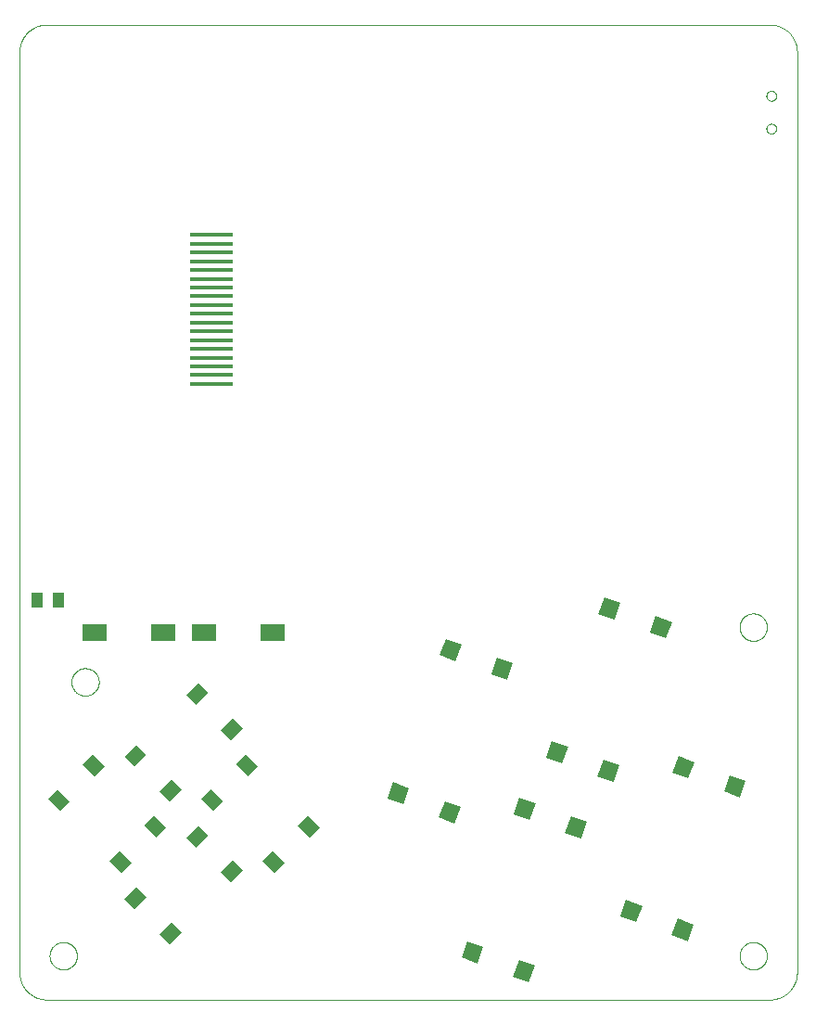
<source format=gtp>
G75*
%MOIN*%
%OFA0B0*%
%FSLAX25Y25*%
%IPPOS*%
%LPD*%
%AMOC8*
5,1,8,0,0,1.08239X$1,22.5*
%
%ADD10C,0.00000*%
%ADD11C,0.00039*%
%ADD12R,0.04331X0.05512*%
%ADD13R,0.15748X0.01575*%
%ADD14R,0.06299X0.06102*%
%ADD15R,0.09055X0.06299*%
%ADD16R,0.05118X0.06102*%
D10*
X0003248Y0011343D02*
X0003248Y0342051D01*
X0003251Y0342289D01*
X0003259Y0342527D01*
X0003274Y0342764D01*
X0003294Y0343001D01*
X0003320Y0343237D01*
X0003351Y0343473D01*
X0003388Y0343708D01*
X0003431Y0343942D01*
X0003480Y0344175D01*
X0003534Y0344407D01*
X0003594Y0344637D01*
X0003659Y0344866D01*
X0003730Y0345093D01*
X0003806Y0345318D01*
X0003888Y0345541D01*
X0003975Y0345763D01*
X0004067Y0345982D01*
X0004165Y0346199D01*
X0004267Y0346413D01*
X0004375Y0346625D01*
X0004489Y0346835D01*
X0004607Y0347041D01*
X0004730Y0347245D01*
X0004858Y0347445D01*
X0004990Y0347642D01*
X0005128Y0347837D01*
X0005270Y0348027D01*
X0005417Y0348215D01*
X0005568Y0348398D01*
X0005723Y0348578D01*
X0005883Y0348754D01*
X0006047Y0348926D01*
X0006216Y0349095D01*
X0006388Y0349259D01*
X0006564Y0349419D01*
X0006744Y0349574D01*
X0006927Y0349725D01*
X0007115Y0349872D01*
X0007305Y0350014D01*
X0007500Y0350152D01*
X0007697Y0350284D01*
X0007897Y0350412D01*
X0008101Y0350535D01*
X0008307Y0350653D01*
X0008517Y0350767D01*
X0008729Y0350875D01*
X0008943Y0350977D01*
X0009160Y0351075D01*
X0009379Y0351167D01*
X0009601Y0351254D01*
X0009824Y0351336D01*
X0010049Y0351412D01*
X0010276Y0351483D01*
X0010505Y0351548D01*
X0010735Y0351608D01*
X0010967Y0351662D01*
X0011200Y0351711D01*
X0011434Y0351754D01*
X0011669Y0351791D01*
X0011905Y0351822D01*
X0012141Y0351848D01*
X0012378Y0351868D01*
X0012615Y0351883D01*
X0012853Y0351891D01*
X0013091Y0351894D01*
X0272933Y0351894D01*
X0273171Y0351891D01*
X0273409Y0351883D01*
X0273646Y0351868D01*
X0273883Y0351848D01*
X0274119Y0351822D01*
X0274355Y0351791D01*
X0274590Y0351754D01*
X0274824Y0351711D01*
X0275057Y0351662D01*
X0275289Y0351608D01*
X0275519Y0351548D01*
X0275748Y0351483D01*
X0275975Y0351412D01*
X0276200Y0351336D01*
X0276423Y0351254D01*
X0276645Y0351167D01*
X0276864Y0351075D01*
X0277081Y0350977D01*
X0277295Y0350875D01*
X0277507Y0350767D01*
X0277717Y0350653D01*
X0277923Y0350535D01*
X0278127Y0350412D01*
X0278327Y0350284D01*
X0278524Y0350152D01*
X0278719Y0350014D01*
X0278909Y0349872D01*
X0279097Y0349725D01*
X0279280Y0349574D01*
X0279460Y0349419D01*
X0279636Y0349259D01*
X0279808Y0349095D01*
X0279977Y0348926D01*
X0280141Y0348754D01*
X0280301Y0348578D01*
X0280456Y0348398D01*
X0280607Y0348215D01*
X0280754Y0348027D01*
X0280896Y0347837D01*
X0281034Y0347642D01*
X0281166Y0347445D01*
X0281294Y0347245D01*
X0281417Y0347041D01*
X0281535Y0346835D01*
X0281649Y0346625D01*
X0281757Y0346413D01*
X0281859Y0346199D01*
X0281957Y0345982D01*
X0282049Y0345763D01*
X0282136Y0345541D01*
X0282218Y0345318D01*
X0282294Y0345093D01*
X0282365Y0344866D01*
X0282430Y0344637D01*
X0282490Y0344407D01*
X0282544Y0344175D01*
X0282593Y0343942D01*
X0282636Y0343708D01*
X0282673Y0343473D01*
X0282704Y0343237D01*
X0282730Y0343001D01*
X0282750Y0342764D01*
X0282765Y0342527D01*
X0282773Y0342289D01*
X0282776Y0342051D01*
X0282776Y0011343D01*
X0282773Y0011105D01*
X0282765Y0010867D01*
X0282750Y0010630D01*
X0282730Y0010393D01*
X0282704Y0010157D01*
X0282673Y0009921D01*
X0282636Y0009686D01*
X0282593Y0009452D01*
X0282544Y0009219D01*
X0282490Y0008987D01*
X0282430Y0008757D01*
X0282365Y0008528D01*
X0282294Y0008301D01*
X0282218Y0008076D01*
X0282136Y0007853D01*
X0282049Y0007631D01*
X0281957Y0007412D01*
X0281859Y0007195D01*
X0281757Y0006981D01*
X0281649Y0006769D01*
X0281535Y0006559D01*
X0281417Y0006353D01*
X0281294Y0006149D01*
X0281166Y0005949D01*
X0281034Y0005752D01*
X0280896Y0005557D01*
X0280754Y0005367D01*
X0280607Y0005179D01*
X0280456Y0004996D01*
X0280301Y0004816D01*
X0280141Y0004640D01*
X0279977Y0004468D01*
X0279808Y0004299D01*
X0279636Y0004135D01*
X0279460Y0003975D01*
X0279280Y0003820D01*
X0279097Y0003669D01*
X0278909Y0003522D01*
X0278719Y0003380D01*
X0278524Y0003242D01*
X0278327Y0003110D01*
X0278127Y0002982D01*
X0277923Y0002859D01*
X0277717Y0002741D01*
X0277507Y0002627D01*
X0277295Y0002519D01*
X0277081Y0002417D01*
X0276864Y0002319D01*
X0276645Y0002227D01*
X0276423Y0002140D01*
X0276200Y0002058D01*
X0275975Y0001982D01*
X0275748Y0001911D01*
X0275519Y0001846D01*
X0275289Y0001786D01*
X0275057Y0001732D01*
X0274824Y0001683D01*
X0274590Y0001640D01*
X0274355Y0001603D01*
X0274119Y0001572D01*
X0273883Y0001546D01*
X0273646Y0001526D01*
X0273409Y0001511D01*
X0273171Y0001503D01*
X0272933Y0001500D01*
X0013091Y0001500D01*
X0012853Y0001503D01*
X0012615Y0001511D01*
X0012378Y0001526D01*
X0012141Y0001546D01*
X0011905Y0001572D01*
X0011669Y0001603D01*
X0011434Y0001640D01*
X0011200Y0001683D01*
X0010967Y0001732D01*
X0010735Y0001786D01*
X0010505Y0001846D01*
X0010276Y0001911D01*
X0010049Y0001982D01*
X0009824Y0002058D01*
X0009601Y0002140D01*
X0009379Y0002227D01*
X0009160Y0002319D01*
X0008943Y0002417D01*
X0008729Y0002519D01*
X0008517Y0002627D01*
X0008307Y0002741D01*
X0008101Y0002859D01*
X0007897Y0002982D01*
X0007697Y0003110D01*
X0007500Y0003242D01*
X0007305Y0003380D01*
X0007115Y0003522D01*
X0006927Y0003669D01*
X0006744Y0003820D01*
X0006564Y0003975D01*
X0006388Y0004135D01*
X0006216Y0004299D01*
X0006047Y0004468D01*
X0005883Y0004640D01*
X0005723Y0004816D01*
X0005568Y0004996D01*
X0005417Y0005179D01*
X0005270Y0005367D01*
X0005128Y0005557D01*
X0004990Y0005752D01*
X0004858Y0005949D01*
X0004730Y0006149D01*
X0004607Y0006353D01*
X0004489Y0006559D01*
X0004375Y0006769D01*
X0004267Y0006981D01*
X0004165Y0007195D01*
X0004067Y0007412D01*
X0003975Y0007631D01*
X0003888Y0007853D01*
X0003806Y0008076D01*
X0003730Y0008301D01*
X0003659Y0008528D01*
X0003594Y0008757D01*
X0003534Y0008987D01*
X0003480Y0009219D01*
X0003431Y0009452D01*
X0003388Y0009686D01*
X0003351Y0009921D01*
X0003320Y0010157D01*
X0003294Y0010393D01*
X0003274Y0010630D01*
X0003259Y0010867D01*
X0003251Y0011105D01*
X0003248Y0011343D01*
X0271752Y0314492D02*
X0271754Y0314576D01*
X0271760Y0314659D01*
X0271770Y0314742D01*
X0271784Y0314825D01*
X0271801Y0314907D01*
X0271823Y0314988D01*
X0271848Y0315067D01*
X0271877Y0315146D01*
X0271910Y0315223D01*
X0271946Y0315298D01*
X0271986Y0315372D01*
X0272029Y0315444D01*
X0272076Y0315513D01*
X0272126Y0315580D01*
X0272179Y0315645D01*
X0272235Y0315707D01*
X0272293Y0315767D01*
X0272355Y0315824D01*
X0272419Y0315877D01*
X0272486Y0315928D01*
X0272555Y0315975D01*
X0272626Y0316020D01*
X0272699Y0316060D01*
X0272774Y0316097D01*
X0272851Y0316131D01*
X0272929Y0316161D01*
X0273008Y0316187D01*
X0273089Y0316210D01*
X0273171Y0316228D01*
X0273253Y0316243D01*
X0273336Y0316254D01*
X0273419Y0316261D01*
X0273503Y0316264D01*
X0273587Y0316263D01*
X0273670Y0316258D01*
X0273754Y0316249D01*
X0273836Y0316236D01*
X0273918Y0316220D01*
X0273999Y0316199D01*
X0274080Y0316175D01*
X0274158Y0316147D01*
X0274236Y0316115D01*
X0274312Y0316079D01*
X0274386Y0316040D01*
X0274458Y0315998D01*
X0274528Y0315952D01*
X0274596Y0315903D01*
X0274661Y0315851D01*
X0274724Y0315796D01*
X0274784Y0315738D01*
X0274842Y0315677D01*
X0274896Y0315613D01*
X0274948Y0315547D01*
X0274996Y0315479D01*
X0275041Y0315408D01*
X0275082Y0315335D01*
X0275121Y0315261D01*
X0275155Y0315185D01*
X0275186Y0315107D01*
X0275213Y0315028D01*
X0275237Y0314947D01*
X0275256Y0314866D01*
X0275272Y0314784D01*
X0275284Y0314701D01*
X0275292Y0314617D01*
X0275296Y0314534D01*
X0275296Y0314450D01*
X0275292Y0314367D01*
X0275284Y0314283D01*
X0275272Y0314200D01*
X0275256Y0314118D01*
X0275237Y0314037D01*
X0275213Y0313956D01*
X0275186Y0313877D01*
X0275155Y0313799D01*
X0275121Y0313723D01*
X0275082Y0313649D01*
X0275041Y0313576D01*
X0274996Y0313505D01*
X0274948Y0313437D01*
X0274896Y0313371D01*
X0274842Y0313307D01*
X0274784Y0313246D01*
X0274724Y0313188D01*
X0274661Y0313133D01*
X0274596Y0313081D01*
X0274528Y0313032D01*
X0274458Y0312986D01*
X0274386Y0312944D01*
X0274312Y0312905D01*
X0274236Y0312869D01*
X0274158Y0312837D01*
X0274080Y0312809D01*
X0273999Y0312785D01*
X0273918Y0312764D01*
X0273836Y0312748D01*
X0273754Y0312735D01*
X0273670Y0312726D01*
X0273587Y0312721D01*
X0273503Y0312720D01*
X0273419Y0312723D01*
X0273336Y0312730D01*
X0273253Y0312741D01*
X0273171Y0312756D01*
X0273089Y0312774D01*
X0273008Y0312797D01*
X0272929Y0312823D01*
X0272851Y0312853D01*
X0272774Y0312887D01*
X0272699Y0312924D01*
X0272626Y0312964D01*
X0272555Y0313009D01*
X0272486Y0313056D01*
X0272419Y0313107D01*
X0272355Y0313160D01*
X0272293Y0313217D01*
X0272235Y0313277D01*
X0272179Y0313339D01*
X0272126Y0313404D01*
X0272076Y0313471D01*
X0272029Y0313540D01*
X0271986Y0313612D01*
X0271946Y0313686D01*
X0271910Y0313761D01*
X0271877Y0313838D01*
X0271848Y0313917D01*
X0271823Y0313996D01*
X0271801Y0314077D01*
X0271784Y0314159D01*
X0271770Y0314242D01*
X0271760Y0314325D01*
X0271754Y0314408D01*
X0271752Y0314492D01*
X0271752Y0326303D02*
X0271754Y0326387D01*
X0271760Y0326470D01*
X0271770Y0326553D01*
X0271784Y0326636D01*
X0271801Y0326718D01*
X0271823Y0326799D01*
X0271848Y0326878D01*
X0271877Y0326957D01*
X0271910Y0327034D01*
X0271946Y0327109D01*
X0271986Y0327183D01*
X0272029Y0327255D01*
X0272076Y0327324D01*
X0272126Y0327391D01*
X0272179Y0327456D01*
X0272235Y0327518D01*
X0272293Y0327578D01*
X0272355Y0327635D01*
X0272419Y0327688D01*
X0272486Y0327739D01*
X0272555Y0327786D01*
X0272626Y0327831D01*
X0272699Y0327871D01*
X0272774Y0327908D01*
X0272851Y0327942D01*
X0272929Y0327972D01*
X0273008Y0327998D01*
X0273089Y0328021D01*
X0273171Y0328039D01*
X0273253Y0328054D01*
X0273336Y0328065D01*
X0273419Y0328072D01*
X0273503Y0328075D01*
X0273587Y0328074D01*
X0273670Y0328069D01*
X0273754Y0328060D01*
X0273836Y0328047D01*
X0273918Y0328031D01*
X0273999Y0328010D01*
X0274080Y0327986D01*
X0274158Y0327958D01*
X0274236Y0327926D01*
X0274312Y0327890D01*
X0274386Y0327851D01*
X0274458Y0327809D01*
X0274528Y0327763D01*
X0274596Y0327714D01*
X0274661Y0327662D01*
X0274724Y0327607D01*
X0274784Y0327549D01*
X0274842Y0327488D01*
X0274896Y0327424D01*
X0274948Y0327358D01*
X0274996Y0327290D01*
X0275041Y0327219D01*
X0275082Y0327146D01*
X0275121Y0327072D01*
X0275155Y0326996D01*
X0275186Y0326918D01*
X0275213Y0326839D01*
X0275237Y0326758D01*
X0275256Y0326677D01*
X0275272Y0326595D01*
X0275284Y0326512D01*
X0275292Y0326428D01*
X0275296Y0326345D01*
X0275296Y0326261D01*
X0275292Y0326178D01*
X0275284Y0326094D01*
X0275272Y0326011D01*
X0275256Y0325929D01*
X0275237Y0325848D01*
X0275213Y0325767D01*
X0275186Y0325688D01*
X0275155Y0325610D01*
X0275121Y0325534D01*
X0275082Y0325460D01*
X0275041Y0325387D01*
X0274996Y0325316D01*
X0274948Y0325248D01*
X0274896Y0325182D01*
X0274842Y0325118D01*
X0274784Y0325057D01*
X0274724Y0324999D01*
X0274661Y0324944D01*
X0274596Y0324892D01*
X0274528Y0324843D01*
X0274458Y0324797D01*
X0274386Y0324755D01*
X0274312Y0324716D01*
X0274236Y0324680D01*
X0274158Y0324648D01*
X0274080Y0324620D01*
X0273999Y0324596D01*
X0273918Y0324575D01*
X0273836Y0324559D01*
X0273754Y0324546D01*
X0273670Y0324537D01*
X0273587Y0324532D01*
X0273503Y0324531D01*
X0273419Y0324534D01*
X0273336Y0324541D01*
X0273253Y0324552D01*
X0273171Y0324567D01*
X0273089Y0324585D01*
X0273008Y0324608D01*
X0272929Y0324634D01*
X0272851Y0324664D01*
X0272774Y0324698D01*
X0272699Y0324735D01*
X0272626Y0324775D01*
X0272555Y0324820D01*
X0272486Y0324867D01*
X0272419Y0324918D01*
X0272355Y0324971D01*
X0272293Y0325028D01*
X0272235Y0325088D01*
X0272179Y0325150D01*
X0272126Y0325215D01*
X0272076Y0325282D01*
X0272029Y0325351D01*
X0271986Y0325423D01*
X0271946Y0325497D01*
X0271910Y0325572D01*
X0271877Y0325649D01*
X0271848Y0325728D01*
X0271823Y0325807D01*
X0271801Y0325888D01*
X0271784Y0325970D01*
X0271770Y0326053D01*
X0271760Y0326136D01*
X0271754Y0326219D01*
X0271752Y0326303D01*
D11*
X0262107Y0135358D02*
X0262109Y0135498D01*
X0262115Y0135638D01*
X0262125Y0135777D01*
X0262139Y0135916D01*
X0262157Y0136055D01*
X0262178Y0136193D01*
X0262204Y0136331D01*
X0262234Y0136468D01*
X0262267Y0136603D01*
X0262305Y0136738D01*
X0262346Y0136872D01*
X0262391Y0137005D01*
X0262439Y0137136D01*
X0262492Y0137265D01*
X0262548Y0137394D01*
X0262607Y0137520D01*
X0262671Y0137645D01*
X0262737Y0137768D01*
X0262808Y0137889D01*
X0262881Y0138008D01*
X0262958Y0138125D01*
X0263039Y0138239D01*
X0263122Y0138351D01*
X0263209Y0138461D01*
X0263299Y0138569D01*
X0263391Y0138673D01*
X0263487Y0138775D01*
X0263586Y0138875D01*
X0263687Y0138971D01*
X0263791Y0139065D01*
X0263898Y0139155D01*
X0264007Y0139242D01*
X0264119Y0139327D01*
X0264233Y0139408D01*
X0264349Y0139486D01*
X0264467Y0139560D01*
X0264588Y0139631D01*
X0264710Y0139699D01*
X0264835Y0139763D01*
X0264961Y0139824D01*
X0265088Y0139881D01*
X0265218Y0139934D01*
X0265349Y0139984D01*
X0265481Y0140029D01*
X0265614Y0140072D01*
X0265749Y0140110D01*
X0265884Y0140144D01*
X0266021Y0140175D01*
X0266158Y0140202D01*
X0266296Y0140224D01*
X0266435Y0140243D01*
X0266574Y0140258D01*
X0266713Y0140269D01*
X0266853Y0140276D01*
X0266993Y0140279D01*
X0267133Y0140278D01*
X0267273Y0140273D01*
X0267412Y0140264D01*
X0267552Y0140251D01*
X0267691Y0140234D01*
X0267829Y0140213D01*
X0267967Y0140189D01*
X0268104Y0140160D01*
X0268240Y0140128D01*
X0268375Y0140091D01*
X0268509Y0140051D01*
X0268642Y0140007D01*
X0268773Y0139959D01*
X0268903Y0139908D01*
X0269032Y0139853D01*
X0269159Y0139794D01*
X0269284Y0139731D01*
X0269407Y0139666D01*
X0269529Y0139596D01*
X0269648Y0139523D01*
X0269766Y0139447D01*
X0269881Y0139368D01*
X0269994Y0139285D01*
X0270104Y0139199D01*
X0270212Y0139110D01*
X0270317Y0139018D01*
X0270420Y0138923D01*
X0270520Y0138825D01*
X0270617Y0138725D01*
X0270711Y0138621D01*
X0270803Y0138515D01*
X0270891Y0138407D01*
X0270976Y0138296D01*
X0271058Y0138182D01*
X0271137Y0138066D01*
X0271212Y0137949D01*
X0271284Y0137829D01*
X0271352Y0137707D01*
X0271417Y0137583D01*
X0271479Y0137457D01*
X0271537Y0137330D01*
X0271591Y0137201D01*
X0271642Y0137070D01*
X0271688Y0136938D01*
X0271731Y0136805D01*
X0271771Y0136671D01*
X0271806Y0136536D01*
X0271838Y0136399D01*
X0271865Y0136262D01*
X0271889Y0136124D01*
X0271909Y0135986D01*
X0271925Y0135847D01*
X0271937Y0135707D01*
X0271945Y0135568D01*
X0271949Y0135428D01*
X0271949Y0135288D01*
X0271945Y0135148D01*
X0271937Y0135009D01*
X0271925Y0134869D01*
X0271909Y0134730D01*
X0271889Y0134592D01*
X0271865Y0134454D01*
X0271838Y0134317D01*
X0271806Y0134180D01*
X0271771Y0134045D01*
X0271731Y0133911D01*
X0271688Y0133778D01*
X0271642Y0133646D01*
X0271591Y0133515D01*
X0271537Y0133386D01*
X0271479Y0133259D01*
X0271417Y0133133D01*
X0271352Y0133009D01*
X0271284Y0132887D01*
X0271212Y0132767D01*
X0271137Y0132650D01*
X0271058Y0132534D01*
X0270976Y0132420D01*
X0270891Y0132309D01*
X0270803Y0132201D01*
X0270711Y0132095D01*
X0270617Y0131991D01*
X0270520Y0131891D01*
X0270420Y0131793D01*
X0270317Y0131698D01*
X0270212Y0131606D01*
X0270104Y0131517D01*
X0269994Y0131431D01*
X0269881Y0131348D01*
X0269766Y0131269D01*
X0269648Y0131193D01*
X0269529Y0131120D01*
X0269407Y0131050D01*
X0269284Y0130985D01*
X0269159Y0130922D01*
X0269032Y0130863D01*
X0268903Y0130808D01*
X0268773Y0130757D01*
X0268642Y0130709D01*
X0268509Y0130665D01*
X0268375Y0130625D01*
X0268240Y0130588D01*
X0268104Y0130556D01*
X0267967Y0130527D01*
X0267829Y0130503D01*
X0267691Y0130482D01*
X0267552Y0130465D01*
X0267412Y0130452D01*
X0267273Y0130443D01*
X0267133Y0130438D01*
X0266993Y0130437D01*
X0266853Y0130440D01*
X0266713Y0130447D01*
X0266574Y0130458D01*
X0266435Y0130473D01*
X0266296Y0130492D01*
X0266158Y0130514D01*
X0266021Y0130541D01*
X0265884Y0130572D01*
X0265749Y0130606D01*
X0265614Y0130644D01*
X0265481Y0130687D01*
X0265349Y0130732D01*
X0265218Y0130782D01*
X0265088Y0130835D01*
X0264961Y0130892D01*
X0264835Y0130953D01*
X0264710Y0131017D01*
X0264588Y0131085D01*
X0264467Y0131156D01*
X0264349Y0131230D01*
X0264233Y0131308D01*
X0264119Y0131389D01*
X0264007Y0131474D01*
X0263898Y0131561D01*
X0263791Y0131651D01*
X0263687Y0131745D01*
X0263586Y0131841D01*
X0263487Y0131941D01*
X0263391Y0132043D01*
X0263299Y0132147D01*
X0263209Y0132255D01*
X0263122Y0132365D01*
X0263039Y0132477D01*
X0262958Y0132591D01*
X0262881Y0132708D01*
X0262808Y0132827D01*
X0262737Y0132948D01*
X0262671Y0133071D01*
X0262607Y0133196D01*
X0262548Y0133322D01*
X0262492Y0133451D01*
X0262439Y0133580D01*
X0262391Y0133711D01*
X0262346Y0133844D01*
X0262305Y0133978D01*
X0262267Y0134113D01*
X0262234Y0134248D01*
X0262204Y0134385D01*
X0262178Y0134523D01*
X0262157Y0134661D01*
X0262139Y0134800D01*
X0262125Y0134939D01*
X0262115Y0135078D01*
X0262109Y0135218D01*
X0262107Y0135358D01*
X0262107Y0017248D02*
X0262109Y0017388D01*
X0262115Y0017528D01*
X0262125Y0017667D01*
X0262139Y0017806D01*
X0262157Y0017945D01*
X0262178Y0018083D01*
X0262204Y0018221D01*
X0262234Y0018358D01*
X0262267Y0018493D01*
X0262305Y0018628D01*
X0262346Y0018762D01*
X0262391Y0018895D01*
X0262439Y0019026D01*
X0262492Y0019155D01*
X0262548Y0019284D01*
X0262607Y0019410D01*
X0262671Y0019535D01*
X0262737Y0019658D01*
X0262808Y0019779D01*
X0262881Y0019898D01*
X0262958Y0020015D01*
X0263039Y0020129D01*
X0263122Y0020241D01*
X0263209Y0020351D01*
X0263299Y0020459D01*
X0263391Y0020563D01*
X0263487Y0020665D01*
X0263586Y0020765D01*
X0263687Y0020861D01*
X0263791Y0020955D01*
X0263898Y0021045D01*
X0264007Y0021132D01*
X0264119Y0021217D01*
X0264233Y0021298D01*
X0264349Y0021376D01*
X0264467Y0021450D01*
X0264588Y0021521D01*
X0264710Y0021589D01*
X0264835Y0021653D01*
X0264961Y0021714D01*
X0265088Y0021771D01*
X0265218Y0021824D01*
X0265349Y0021874D01*
X0265481Y0021919D01*
X0265614Y0021962D01*
X0265749Y0022000D01*
X0265884Y0022034D01*
X0266021Y0022065D01*
X0266158Y0022092D01*
X0266296Y0022114D01*
X0266435Y0022133D01*
X0266574Y0022148D01*
X0266713Y0022159D01*
X0266853Y0022166D01*
X0266993Y0022169D01*
X0267133Y0022168D01*
X0267273Y0022163D01*
X0267412Y0022154D01*
X0267552Y0022141D01*
X0267691Y0022124D01*
X0267829Y0022103D01*
X0267967Y0022079D01*
X0268104Y0022050D01*
X0268240Y0022018D01*
X0268375Y0021981D01*
X0268509Y0021941D01*
X0268642Y0021897D01*
X0268773Y0021849D01*
X0268903Y0021798D01*
X0269032Y0021743D01*
X0269159Y0021684D01*
X0269284Y0021621D01*
X0269407Y0021556D01*
X0269529Y0021486D01*
X0269648Y0021413D01*
X0269766Y0021337D01*
X0269881Y0021258D01*
X0269994Y0021175D01*
X0270104Y0021089D01*
X0270212Y0021000D01*
X0270317Y0020908D01*
X0270420Y0020813D01*
X0270520Y0020715D01*
X0270617Y0020615D01*
X0270711Y0020511D01*
X0270803Y0020405D01*
X0270891Y0020297D01*
X0270976Y0020186D01*
X0271058Y0020072D01*
X0271137Y0019956D01*
X0271212Y0019839D01*
X0271284Y0019719D01*
X0271352Y0019597D01*
X0271417Y0019473D01*
X0271479Y0019347D01*
X0271537Y0019220D01*
X0271591Y0019091D01*
X0271642Y0018960D01*
X0271688Y0018828D01*
X0271731Y0018695D01*
X0271771Y0018561D01*
X0271806Y0018426D01*
X0271838Y0018289D01*
X0271865Y0018152D01*
X0271889Y0018014D01*
X0271909Y0017876D01*
X0271925Y0017737D01*
X0271937Y0017597D01*
X0271945Y0017458D01*
X0271949Y0017318D01*
X0271949Y0017178D01*
X0271945Y0017038D01*
X0271937Y0016899D01*
X0271925Y0016759D01*
X0271909Y0016620D01*
X0271889Y0016482D01*
X0271865Y0016344D01*
X0271838Y0016207D01*
X0271806Y0016070D01*
X0271771Y0015935D01*
X0271731Y0015801D01*
X0271688Y0015668D01*
X0271642Y0015536D01*
X0271591Y0015405D01*
X0271537Y0015276D01*
X0271479Y0015149D01*
X0271417Y0015023D01*
X0271352Y0014899D01*
X0271284Y0014777D01*
X0271212Y0014657D01*
X0271137Y0014540D01*
X0271058Y0014424D01*
X0270976Y0014310D01*
X0270891Y0014199D01*
X0270803Y0014091D01*
X0270711Y0013985D01*
X0270617Y0013881D01*
X0270520Y0013781D01*
X0270420Y0013683D01*
X0270317Y0013588D01*
X0270212Y0013496D01*
X0270104Y0013407D01*
X0269994Y0013321D01*
X0269881Y0013238D01*
X0269766Y0013159D01*
X0269648Y0013083D01*
X0269529Y0013010D01*
X0269407Y0012940D01*
X0269284Y0012875D01*
X0269159Y0012812D01*
X0269032Y0012753D01*
X0268903Y0012698D01*
X0268773Y0012647D01*
X0268642Y0012599D01*
X0268509Y0012555D01*
X0268375Y0012515D01*
X0268240Y0012478D01*
X0268104Y0012446D01*
X0267967Y0012417D01*
X0267829Y0012393D01*
X0267691Y0012372D01*
X0267552Y0012355D01*
X0267412Y0012342D01*
X0267273Y0012333D01*
X0267133Y0012328D01*
X0266993Y0012327D01*
X0266853Y0012330D01*
X0266713Y0012337D01*
X0266574Y0012348D01*
X0266435Y0012363D01*
X0266296Y0012382D01*
X0266158Y0012404D01*
X0266021Y0012431D01*
X0265884Y0012462D01*
X0265749Y0012496D01*
X0265614Y0012534D01*
X0265481Y0012577D01*
X0265349Y0012622D01*
X0265218Y0012672D01*
X0265088Y0012725D01*
X0264961Y0012782D01*
X0264835Y0012843D01*
X0264710Y0012907D01*
X0264588Y0012975D01*
X0264467Y0013046D01*
X0264349Y0013120D01*
X0264233Y0013198D01*
X0264119Y0013279D01*
X0264007Y0013364D01*
X0263898Y0013451D01*
X0263791Y0013541D01*
X0263687Y0013635D01*
X0263586Y0013731D01*
X0263487Y0013831D01*
X0263391Y0013933D01*
X0263299Y0014037D01*
X0263209Y0014145D01*
X0263122Y0014255D01*
X0263039Y0014367D01*
X0262958Y0014481D01*
X0262881Y0014598D01*
X0262808Y0014717D01*
X0262737Y0014838D01*
X0262671Y0014961D01*
X0262607Y0015086D01*
X0262548Y0015212D01*
X0262492Y0015341D01*
X0262439Y0015470D01*
X0262391Y0015601D01*
X0262346Y0015734D01*
X0262305Y0015868D01*
X0262267Y0016003D01*
X0262234Y0016138D01*
X0262204Y0016275D01*
X0262178Y0016413D01*
X0262157Y0016551D01*
X0262139Y0016690D01*
X0262125Y0016829D01*
X0262115Y0016968D01*
X0262109Y0017108D01*
X0262107Y0017248D01*
X0021949Y0115673D02*
X0021951Y0115813D01*
X0021957Y0115953D01*
X0021967Y0116092D01*
X0021981Y0116231D01*
X0021999Y0116370D01*
X0022020Y0116508D01*
X0022046Y0116646D01*
X0022076Y0116783D01*
X0022109Y0116918D01*
X0022147Y0117053D01*
X0022188Y0117187D01*
X0022233Y0117320D01*
X0022281Y0117451D01*
X0022334Y0117580D01*
X0022390Y0117709D01*
X0022449Y0117835D01*
X0022513Y0117960D01*
X0022579Y0118083D01*
X0022650Y0118204D01*
X0022723Y0118323D01*
X0022800Y0118440D01*
X0022881Y0118554D01*
X0022964Y0118666D01*
X0023051Y0118776D01*
X0023141Y0118884D01*
X0023233Y0118988D01*
X0023329Y0119090D01*
X0023428Y0119190D01*
X0023529Y0119286D01*
X0023633Y0119380D01*
X0023740Y0119470D01*
X0023849Y0119557D01*
X0023961Y0119642D01*
X0024075Y0119723D01*
X0024191Y0119801D01*
X0024309Y0119875D01*
X0024430Y0119946D01*
X0024552Y0120014D01*
X0024677Y0120078D01*
X0024803Y0120139D01*
X0024930Y0120196D01*
X0025060Y0120249D01*
X0025191Y0120299D01*
X0025323Y0120344D01*
X0025456Y0120387D01*
X0025591Y0120425D01*
X0025726Y0120459D01*
X0025863Y0120490D01*
X0026000Y0120517D01*
X0026138Y0120539D01*
X0026277Y0120558D01*
X0026416Y0120573D01*
X0026555Y0120584D01*
X0026695Y0120591D01*
X0026835Y0120594D01*
X0026975Y0120593D01*
X0027115Y0120588D01*
X0027254Y0120579D01*
X0027394Y0120566D01*
X0027533Y0120549D01*
X0027671Y0120528D01*
X0027809Y0120504D01*
X0027946Y0120475D01*
X0028082Y0120443D01*
X0028217Y0120406D01*
X0028351Y0120366D01*
X0028484Y0120322D01*
X0028615Y0120274D01*
X0028745Y0120223D01*
X0028874Y0120168D01*
X0029001Y0120109D01*
X0029126Y0120046D01*
X0029249Y0119981D01*
X0029371Y0119911D01*
X0029490Y0119838D01*
X0029608Y0119762D01*
X0029723Y0119683D01*
X0029836Y0119600D01*
X0029946Y0119514D01*
X0030054Y0119425D01*
X0030159Y0119333D01*
X0030262Y0119238D01*
X0030362Y0119140D01*
X0030459Y0119040D01*
X0030553Y0118936D01*
X0030645Y0118830D01*
X0030733Y0118722D01*
X0030818Y0118611D01*
X0030900Y0118497D01*
X0030979Y0118381D01*
X0031054Y0118264D01*
X0031126Y0118144D01*
X0031194Y0118022D01*
X0031259Y0117898D01*
X0031321Y0117772D01*
X0031379Y0117645D01*
X0031433Y0117516D01*
X0031484Y0117385D01*
X0031530Y0117253D01*
X0031573Y0117120D01*
X0031613Y0116986D01*
X0031648Y0116851D01*
X0031680Y0116714D01*
X0031707Y0116577D01*
X0031731Y0116439D01*
X0031751Y0116301D01*
X0031767Y0116162D01*
X0031779Y0116022D01*
X0031787Y0115883D01*
X0031791Y0115743D01*
X0031791Y0115603D01*
X0031787Y0115463D01*
X0031779Y0115324D01*
X0031767Y0115184D01*
X0031751Y0115045D01*
X0031731Y0114907D01*
X0031707Y0114769D01*
X0031680Y0114632D01*
X0031648Y0114495D01*
X0031613Y0114360D01*
X0031573Y0114226D01*
X0031530Y0114093D01*
X0031484Y0113961D01*
X0031433Y0113830D01*
X0031379Y0113701D01*
X0031321Y0113574D01*
X0031259Y0113448D01*
X0031194Y0113324D01*
X0031126Y0113202D01*
X0031054Y0113082D01*
X0030979Y0112965D01*
X0030900Y0112849D01*
X0030818Y0112735D01*
X0030733Y0112624D01*
X0030645Y0112516D01*
X0030553Y0112410D01*
X0030459Y0112306D01*
X0030362Y0112206D01*
X0030262Y0112108D01*
X0030159Y0112013D01*
X0030054Y0111921D01*
X0029946Y0111832D01*
X0029836Y0111746D01*
X0029723Y0111663D01*
X0029608Y0111584D01*
X0029490Y0111508D01*
X0029371Y0111435D01*
X0029249Y0111365D01*
X0029126Y0111300D01*
X0029001Y0111237D01*
X0028874Y0111178D01*
X0028745Y0111123D01*
X0028615Y0111072D01*
X0028484Y0111024D01*
X0028351Y0110980D01*
X0028217Y0110940D01*
X0028082Y0110903D01*
X0027946Y0110871D01*
X0027809Y0110842D01*
X0027671Y0110818D01*
X0027533Y0110797D01*
X0027394Y0110780D01*
X0027254Y0110767D01*
X0027115Y0110758D01*
X0026975Y0110753D01*
X0026835Y0110752D01*
X0026695Y0110755D01*
X0026555Y0110762D01*
X0026416Y0110773D01*
X0026277Y0110788D01*
X0026138Y0110807D01*
X0026000Y0110829D01*
X0025863Y0110856D01*
X0025726Y0110887D01*
X0025591Y0110921D01*
X0025456Y0110959D01*
X0025323Y0111002D01*
X0025191Y0111047D01*
X0025060Y0111097D01*
X0024930Y0111150D01*
X0024803Y0111207D01*
X0024677Y0111268D01*
X0024552Y0111332D01*
X0024430Y0111400D01*
X0024309Y0111471D01*
X0024191Y0111545D01*
X0024075Y0111623D01*
X0023961Y0111704D01*
X0023849Y0111789D01*
X0023740Y0111876D01*
X0023633Y0111966D01*
X0023529Y0112060D01*
X0023428Y0112156D01*
X0023329Y0112256D01*
X0023233Y0112358D01*
X0023141Y0112462D01*
X0023051Y0112570D01*
X0022964Y0112680D01*
X0022881Y0112792D01*
X0022800Y0112906D01*
X0022723Y0113023D01*
X0022650Y0113142D01*
X0022579Y0113263D01*
X0022513Y0113386D01*
X0022449Y0113511D01*
X0022390Y0113637D01*
X0022334Y0113766D01*
X0022281Y0113895D01*
X0022233Y0114026D01*
X0022188Y0114159D01*
X0022147Y0114293D01*
X0022109Y0114428D01*
X0022076Y0114563D01*
X0022046Y0114700D01*
X0022020Y0114838D01*
X0021999Y0114976D01*
X0021981Y0115115D01*
X0021967Y0115254D01*
X0021957Y0115393D01*
X0021951Y0115533D01*
X0021949Y0115673D01*
X0014075Y0017248D02*
X0014077Y0017388D01*
X0014083Y0017528D01*
X0014093Y0017667D01*
X0014107Y0017806D01*
X0014125Y0017945D01*
X0014146Y0018083D01*
X0014172Y0018221D01*
X0014202Y0018358D01*
X0014235Y0018493D01*
X0014273Y0018628D01*
X0014314Y0018762D01*
X0014359Y0018895D01*
X0014407Y0019026D01*
X0014460Y0019155D01*
X0014516Y0019284D01*
X0014575Y0019410D01*
X0014639Y0019535D01*
X0014705Y0019658D01*
X0014776Y0019779D01*
X0014849Y0019898D01*
X0014926Y0020015D01*
X0015007Y0020129D01*
X0015090Y0020241D01*
X0015177Y0020351D01*
X0015267Y0020459D01*
X0015359Y0020563D01*
X0015455Y0020665D01*
X0015554Y0020765D01*
X0015655Y0020861D01*
X0015759Y0020955D01*
X0015866Y0021045D01*
X0015975Y0021132D01*
X0016087Y0021217D01*
X0016201Y0021298D01*
X0016317Y0021376D01*
X0016435Y0021450D01*
X0016556Y0021521D01*
X0016678Y0021589D01*
X0016803Y0021653D01*
X0016929Y0021714D01*
X0017056Y0021771D01*
X0017186Y0021824D01*
X0017317Y0021874D01*
X0017449Y0021919D01*
X0017582Y0021962D01*
X0017717Y0022000D01*
X0017852Y0022034D01*
X0017989Y0022065D01*
X0018126Y0022092D01*
X0018264Y0022114D01*
X0018403Y0022133D01*
X0018542Y0022148D01*
X0018681Y0022159D01*
X0018821Y0022166D01*
X0018961Y0022169D01*
X0019101Y0022168D01*
X0019241Y0022163D01*
X0019380Y0022154D01*
X0019520Y0022141D01*
X0019659Y0022124D01*
X0019797Y0022103D01*
X0019935Y0022079D01*
X0020072Y0022050D01*
X0020208Y0022018D01*
X0020343Y0021981D01*
X0020477Y0021941D01*
X0020610Y0021897D01*
X0020741Y0021849D01*
X0020871Y0021798D01*
X0021000Y0021743D01*
X0021127Y0021684D01*
X0021252Y0021621D01*
X0021375Y0021556D01*
X0021497Y0021486D01*
X0021616Y0021413D01*
X0021734Y0021337D01*
X0021849Y0021258D01*
X0021962Y0021175D01*
X0022072Y0021089D01*
X0022180Y0021000D01*
X0022285Y0020908D01*
X0022388Y0020813D01*
X0022488Y0020715D01*
X0022585Y0020615D01*
X0022679Y0020511D01*
X0022771Y0020405D01*
X0022859Y0020297D01*
X0022944Y0020186D01*
X0023026Y0020072D01*
X0023105Y0019956D01*
X0023180Y0019839D01*
X0023252Y0019719D01*
X0023320Y0019597D01*
X0023385Y0019473D01*
X0023447Y0019347D01*
X0023505Y0019220D01*
X0023559Y0019091D01*
X0023610Y0018960D01*
X0023656Y0018828D01*
X0023699Y0018695D01*
X0023739Y0018561D01*
X0023774Y0018426D01*
X0023806Y0018289D01*
X0023833Y0018152D01*
X0023857Y0018014D01*
X0023877Y0017876D01*
X0023893Y0017737D01*
X0023905Y0017597D01*
X0023913Y0017458D01*
X0023917Y0017318D01*
X0023917Y0017178D01*
X0023913Y0017038D01*
X0023905Y0016899D01*
X0023893Y0016759D01*
X0023877Y0016620D01*
X0023857Y0016482D01*
X0023833Y0016344D01*
X0023806Y0016207D01*
X0023774Y0016070D01*
X0023739Y0015935D01*
X0023699Y0015801D01*
X0023656Y0015668D01*
X0023610Y0015536D01*
X0023559Y0015405D01*
X0023505Y0015276D01*
X0023447Y0015149D01*
X0023385Y0015023D01*
X0023320Y0014899D01*
X0023252Y0014777D01*
X0023180Y0014657D01*
X0023105Y0014540D01*
X0023026Y0014424D01*
X0022944Y0014310D01*
X0022859Y0014199D01*
X0022771Y0014091D01*
X0022679Y0013985D01*
X0022585Y0013881D01*
X0022488Y0013781D01*
X0022388Y0013683D01*
X0022285Y0013588D01*
X0022180Y0013496D01*
X0022072Y0013407D01*
X0021962Y0013321D01*
X0021849Y0013238D01*
X0021734Y0013159D01*
X0021616Y0013083D01*
X0021497Y0013010D01*
X0021375Y0012940D01*
X0021252Y0012875D01*
X0021127Y0012812D01*
X0021000Y0012753D01*
X0020871Y0012698D01*
X0020741Y0012647D01*
X0020610Y0012599D01*
X0020477Y0012555D01*
X0020343Y0012515D01*
X0020208Y0012478D01*
X0020072Y0012446D01*
X0019935Y0012417D01*
X0019797Y0012393D01*
X0019659Y0012372D01*
X0019520Y0012355D01*
X0019380Y0012342D01*
X0019241Y0012333D01*
X0019101Y0012328D01*
X0018961Y0012327D01*
X0018821Y0012330D01*
X0018681Y0012337D01*
X0018542Y0012348D01*
X0018403Y0012363D01*
X0018264Y0012382D01*
X0018126Y0012404D01*
X0017989Y0012431D01*
X0017852Y0012462D01*
X0017717Y0012496D01*
X0017582Y0012534D01*
X0017449Y0012577D01*
X0017317Y0012622D01*
X0017186Y0012672D01*
X0017056Y0012725D01*
X0016929Y0012782D01*
X0016803Y0012843D01*
X0016678Y0012907D01*
X0016556Y0012975D01*
X0016435Y0013046D01*
X0016317Y0013120D01*
X0016201Y0013198D01*
X0016087Y0013279D01*
X0015975Y0013364D01*
X0015866Y0013451D01*
X0015759Y0013541D01*
X0015655Y0013635D01*
X0015554Y0013731D01*
X0015455Y0013831D01*
X0015359Y0013933D01*
X0015267Y0014037D01*
X0015177Y0014145D01*
X0015090Y0014255D01*
X0015007Y0014367D01*
X0014926Y0014481D01*
X0014849Y0014598D01*
X0014776Y0014717D01*
X0014705Y0014838D01*
X0014639Y0014961D01*
X0014575Y0015086D01*
X0014516Y0015212D01*
X0014460Y0015341D01*
X0014407Y0015470D01*
X0014359Y0015601D01*
X0014314Y0015734D01*
X0014273Y0015868D01*
X0014235Y0016003D01*
X0014202Y0016138D01*
X0014172Y0016275D01*
X0014146Y0016413D01*
X0014125Y0016551D01*
X0014107Y0016690D01*
X0014093Y0016829D01*
X0014083Y0016968D01*
X0014077Y0017108D01*
X0014075Y0017248D01*
D12*
X0017421Y0145201D03*
X0009547Y0145201D03*
D13*
X0072146Y0222760D03*
X0072146Y0225909D03*
X0072146Y0229059D03*
X0072146Y0232209D03*
X0072146Y0235358D03*
X0072146Y0238508D03*
X0072146Y0241657D03*
X0072146Y0244807D03*
X0072146Y0247957D03*
X0072146Y0251106D03*
X0072146Y0254256D03*
X0072146Y0257406D03*
X0072146Y0260555D03*
X0072146Y0263705D03*
X0072146Y0266854D03*
X0072146Y0270004D03*
X0072146Y0273154D03*
X0072146Y0276303D03*
D14*
G36*
X0162173Y0129107D02*
X0160018Y0123190D01*
X0154285Y0125277D01*
X0156440Y0131194D01*
X0162173Y0129107D01*
G37*
G36*
X0180671Y0122374D02*
X0178516Y0116457D01*
X0172783Y0118544D01*
X0174938Y0124461D01*
X0180671Y0122374D01*
G37*
G36*
X0200480Y0092308D02*
X0198325Y0086391D01*
X0192592Y0088478D01*
X0194747Y0094395D01*
X0200480Y0092308D01*
G37*
G36*
X0218977Y0085576D02*
X0216822Y0079659D01*
X0211089Y0081746D01*
X0213244Y0087663D01*
X0218977Y0085576D01*
G37*
G36*
X0207293Y0065284D02*
X0205138Y0059367D01*
X0199405Y0061454D01*
X0201560Y0067371D01*
X0207293Y0065284D01*
G37*
G36*
X0188795Y0072017D02*
X0186640Y0066100D01*
X0180907Y0068187D01*
X0183062Y0074104D01*
X0188795Y0072017D01*
G37*
G36*
X0161887Y0070765D02*
X0159732Y0064848D01*
X0153999Y0066935D01*
X0156154Y0072852D01*
X0161887Y0070765D01*
G37*
G36*
X0143389Y0077498D02*
X0141234Y0071581D01*
X0135501Y0073668D01*
X0137656Y0079585D01*
X0143389Y0077498D01*
G37*
G36*
X0170011Y0020407D02*
X0167856Y0014490D01*
X0162123Y0016577D01*
X0164278Y0022494D01*
X0170011Y0020407D01*
G37*
G36*
X0188509Y0013675D02*
X0186354Y0007758D01*
X0180621Y0009845D01*
X0182776Y0015762D01*
X0188509Y0013675D01*
G37*
G36*
X0227101Y0035218D02*
X0224946Y0029301D01*
X0219213Y0031388D01*
X0221368Y0037305D01*
X0227101Y0035218D01*
G37*
G36*
X0245599Y0028485D02*
X0243444Y0022568D01*
X0237711Y0024655D01*
X0239866Y0030572D01*
X0245599Y0028485D01*
G37*
G36*
X0264383Y0080094D02*
X0262228Y0074177D01*
X0256495Y0076264D01*
X0258650Y0082181D01*
X0264383Y0080094D01*
G37*
G36*
X0245885Y0086827D02*
X0243730Y0080910D01*
X0237997Y0082997D01*
X0240152Y0088914D01*
X0245885Y0086827D01*
G37*
G36*
X0237762Y0137185D02*
X0235607Y0131268D01*
X0229874Y0133355D01*
X0232029Y0139272D01*
X0237762Y0137185D01*
G37*
G36*
X0219264Y0143917D02*
X0217109Y0138000D01*
X0211376Y0140087D01*
X0213531Y0146004D01*
X0219264Y0143917D01*
G37*
D15*
X0094390Y0133390D03*
X0069587Y0133390D03*
X0055020Y0133390D03*
X0030217Y0133390D03*
D16*
G36*
X0045320Y0093183D02*
X0048939Y0089564D01*
X0044626Y0085251D01*
X0041007Y0088870D01*
X0045320Y0093183D01*
G37*
G36*
X0025976Y0086106D02*
X0029595Y0089725D01*
X0033908Y0085412D01*
X0030289Y0081793D01*
X0025976Y0086106D01*
G37*
G36*
X0013448Y0073578D02*
X0017067Y0077197D01*
X0021380Y0072884D01*
X0017761Y0069265D01*
X0013448Y0073578D01*
G37*
G36*
X0035580Y0051446D02*
X0039199Y0055065D01*
X0043512Y0050752D01*
X0039893Y0047133D01*
X0035580Y0051446D01*
G37*
G36*
X0044626Y0034070D02*
X0041007Y0037689D01*
X0045320Y0042002D01*
X0048939Y0038383D01*
X0044626Y0034070D01*
G37*
G36*
X0057154Y0021543D02*
X0053535Y0025162D01*
X0057848Y0029475D01*
X0061467Y0025856D01*
X0057154Y0021543D01*
G37*
G36*
X0079286Y0043675D02*
X0075667Y0047294D01*
X0079980Y0051607D01*
X0083599Y0047988D01*
X0079286Y0043675D01*
G37*
G36*
X0066758Y0056202D02*
X0063139Y0059821D01*
X0067452Y0064134D01*
X0071071Y0060515D01*
X0066758Y0056202D01*
G37*
G36*
X0048108Y0063974D02*
X0051727Y0067593D01*
X0056040Y0063280D01*
X0052421Y0059661D01*
X0048108Y0063974D01*
G37*
G36*
X0057848Y0080656D02*
X0061467Y0077037D01*
X0057154Y0072724D01*
X0053535Y0076343D01*
X0057848Y0080656D01*
G37*
G36*
X0076499Y0072884D02*
X0072880Y0069265D01*
X0068567Y0073578D01*
X0072186Y0077197D01*
X0076499Y0072884D01*
G37*
G36*
X0089026Y0085412D02*
X0085407Y0081793D01*
X0081094Y0086106D01*
X0084713Y0089725D01*
X0089026Y0085412D01*
G37*
G36*
X0079980Y0102788D02*
X0083599Y0099169D01*
X0079286Y0094856D01*
X0075667Y0098475D01*
X0079980Y0102788D01*
G37*
G36*
X0067452Y0115315D02*
X0071071Y0111696D01*
X0066758Y0107383D01*
X0063139Y0111002D01*
X0067452Y0115315D01*
G37*
G36*
X0111158Y0063280D02*
X0107539Y0059661D01*
X0103226Y0063974D01*
X0106845Y0067593D01*
X0111158Y0063280D01*
G37*
G36*
X0098630Y0050752D02*
X0095011Y0047133D01*
X0090698Y0051446D01*
X0094317Y0055065D01*
X0098630Y0050752D01*
G37*
M02*

</source>
